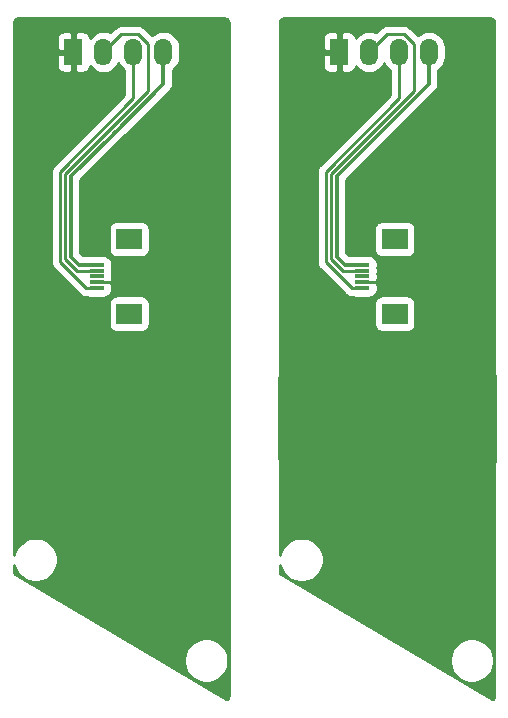
<source format=gbr>
%TF.GenerationSoftware,KiCad,Pcbnew,(5.1.10-1-10_14)*%
%TF.CreationDate,2021-07-07T23:54:26+09:00*%
%TF.ProjectId,StickPlate,53746963-6b50-46c6-9174-652e6b696361,rev?*%
%TF.SameCoordinates,Original*%
%TF.FileFunction,Copper,L1,Top*%
%TF.FilePolarity,Positive*%
%FSLAX46Y46*%
G04 Gerber Fmt 4.6, Leading zero omitted, Abs format (unit mm)*
G04 Created by KiCad (PCBNEW (5.1.10-1-10_14)) date 2021-07-07 23:54:26*
%MOMM*%
%LPD*%
G01*
G04 APERTURE LIST*
%TA.AperFunction,SMDPad,CuDef*%
%ADD10R,2.200000X1.800000*%
%TD*%
%TA.AperFunction,SMDPad,CuDef*%
%ADD11R,1.300000X0.300000*%
%TD*%
%TA.AperFunction,SMDPad,CuDef*%
%ADD12O,1.524000X2.286000*%
%TD*%
%TA.AperFunction,SMDPad,CuDef*%
%ADD13R,1.524000X2.286000*%
%TD*%
%TA.AperFunction,Conductor*%
%ADD14C,0.250000*%
%TD*%
%TA.AperFunction,Conductor*%
%ADD15C,0.300000*%
%TD*%
%TA.AperFunction,Conductor*%
%ADD16C,0.254000*%
%TD*%
%TA.AperFunction,Conductor*%
%ADD17C,0.100000*%
%TD*%
G04 APERTURE END LIST*
D10*
%TO.P,J2,MP*%
%TO.N,N/C*%
X141900000Y-90100000D03*
X141900000Y-96400000D03*
D11*
%TO.P,J2,1*%
%TO.N,Net-(J1-Pad3)*%
X139150000Y-94250000D03*
%TO.P,J2,2*%
%TO.N,Net-(J1-Pad1)*%
X139150000Y-93750000D03*
%TO.P,J2,3*%
%TO.N,Net-(J2-Pad3)*%
X139150000Y-93250000D03*
%TO.P,J2,4*%
%TO.N,Net-(J1-Pad2)*%
X139150000Y-92750000D03*
%TO.P,J2,5*%
%TO.N,Net-(J1-Pad4)*%
X139150000Y-92250000D03*
%TD*%
D12*
%TO.P,J1,4*%
%TO.N,Net-(J1-Pad4)*%
X144810000Y-74250000D03*
%TO.P,J1,3*%
%TO.N,Net-(J1-Pad3)*%
X142270000Y-74250000D03*
%TO.P,J1,2*%
%TO.N,Net-(J1-Pad2)*%
X139730000Y-74250000D03*
D13*
%TO.P,J1,1*%
%TO.N,Net-(J1-Pad1)*%
X137190000Y-74250000D03*
%TD*%
D12*
%TO.P,J5,4*%
%TO.N,Net-(J5-Pad4)*%
X167310000Y-74250000D03*
%TO.P,J5,3*%
%TO.N,Net-(J5-Pad3)*%
X164770000Y-74250000D03*
%TO.P,J5,2*%
%TO.N,Net-(J5-Pad2)*%
X162230000Y-74250000D03*
D13*
%TO.P,J5,1*%
%TO.N,Net-(J5-Pad1)*%
X159690000Y-74250000D03*
%TD*%
D10*
%TO.P,J6,MP*%
%TO.N,N/C*%
X164400000Y-90100000D03*
X164400000Y-96400000D03*
D11*
%TO.P,J6,1*%
%TO.N,Net-(J5-Pad3)*%
X161650000Y-94250000D03*
%TO.P,J6,2*%
%TO.N,Net-(J5-Pad1)*%
X161650000Y-93750000D03*
%TO.P,J6,3*%
%TO.N,Net-(J6-Pad3)*%
X161650000Y-93250000D03*
%TO.P,J6,4*%
%TO.N,Net-(J5-Pad2)*%
X161650000Y-92750000D03*
%TO.P,J6,5*%
%TO.N,Net-(J5-Pad4)*%
X161650000Y-92250000D03*
%TD*%
D14*
%TO.N,Net-(J1-Pad1)*%
X139150000Y-93750000D02*
X146500000Y-93750000D01*
%TO.N,Net-(J1-Pad2)*%
X142688264Y-72750000D02*
X141230000Y-72750000D01*
X141230000Y-72750000D02*
X139730000Y-74250000D01*
X143500000Y-73561736D02*
X142688264Y-72750000D01*
X143500000Y-77578236D02*
X143500000Y-73561736D01*
X136500000Y-91750000D02*
X136500000Y-84578236D01*
X137500000Y-92750000D02*
X136500000Y-91750000D01*
X136500000Y-84578236D02*
X143500000Y-77578236D01*
X139150000Y-92750000D02*
X137500000Y-92750000D01*
%TO.N,Net-(J1-Pad3)*%
X138250000Y-94250000D02*
X139150000Y-94250000D01*
X136049990Y-92049990D02*
X138250000Y-94250000D01*
X136049991Y-84391835D02*
X136049990Y-92049990D01*
X142270000Y-78171826D02*
X136049991Y-84391835D01*
X142270000Y-74250000D02*
X142270000Y-78171826D01*
%TO.N,Net-(J1-Pad4)*%
X144810000Y-74250000D02*
X144750000Y-74250000D01*
D15*
X137000000Y-91578236D02*
X137671764Y-92250000D01*
X137000000Y-84750000D02*
X137000000Y-91578236D01*
X137671764Y-92250000D02*
X139150000Y-92250000D01*
X140742000Y-81008000D02*
X140500000Y-81250000D01*
X140500000Y-81250000D02*
X137000000Y-84750000D01*
X140500000Y-81250000D02*
X144810000Y-76940000D01*
X144810000Y-76940000D02*
X144810000Y-76060000D01*
X144810000Y-76060000D02*
X144810000Y-74250000D01*
%TO.N,Net-(J5-Pad4)*%
X167310000Y-76940000D02*
X167310000Y-76060000D01*
X163000000Y-81250000D02*
X167310000Y-76940000D01*
X167310000Y-76060000D02*
X167310000Y-74250000D01*
X163242000Y-81008000D02*
X163000000Y-81250000D01*
X163000000Y-81250000D02*
X159500000Y-84750000D01*
D14*
X167310000Y-74250000D02*
X167250000Y-74250000D01*
D15*
X160171764Y-92250000D02*
X161650000Y-92250000D01*
X159500000Y-84750000D02*
X159500000Y-91578236D01*
X159500000Y-91578236D02*
X160171764Y-92250000D01*
D14*
%TO.N,Net-(J5-Pad3)*%
X160750000Y-94250000D02*
X161650000Y-94250000D01*
X158549990Y-92049990D02*
X160750000Y-94250000D01*
X158549991Y-84391835D02*
X158549990Y-92049990D01*
X164770000Y-78171826D02*
X158549991Y-84391835D01*
X164770000Y-74250000D02*
X164770000Y-78171826D01*
%TO.N,Net-(J5-Pad2)*%
X165188264Y-72750000D02*
X163730000Y-72750000D01*
X166000000Y-73561736D02*
X165188264Y-72750000D01*
X163730000Y-72750000D02*
X162230000Y-74250000D01*
X159000000Y-91750000D02*
X159000000Y-84578236D01*
X166000000Y-77578236D02*
X166000000Y-73561736D01*
X160000000Y-92750000D02*
X159000000Y-91750000D01*
X159000000Y-84578236D02*
X166000000Y-77578236D01*
X161650000Y-92750000D02*
X160000000Y-92750000D01*
%TO.N,Net-(J5-Pad1)*%
X161650000Y-93750000D02*
X169000000Y-93750000D01*
%TD*%
D16*
%TO.N,Net-(J1-Pad1)*%
X144635079Y-71377320D02*
X144644242Y-71378283D01*
X144644244Y-71378283D01*
X144935596Y-71406850D01*
X144935598Y-71406850D01*
X144967581Y-71410000D01*
X149967721Y-71410000D01*
X150065424Y-71419580D01*
X150128356Y-71438580D01*
X150186405Y-71469445D01*
X150237343Y-71510989D01*
X150279248Y-71561644D01*
X150310515Y-71619471D01*
X150329956Y-71682272D01*
X150340000Y-71777835D01*
X150340001Y-101217572D01*
X150340000Y-101217582D01*
X150340000Y-101532419D01*
X150343296Y-101565884D01*
X150343296Y-101585349D01*
X150344259Y-101594514D01*
X150373000Y-101850741D01*
X150373000Y-108633573D01*
X150372680Y-108635079D01*
X150371717Y-108644244D01*
X150343150Y-108935596D01*
X150343150Y-108935608D01*
X150340001Y-108967581D01*
X150340000Y-128717721D01*
X150330420Y-128815424D01*
X150311420Y-128878357D01*
X150280554Y-128936406D01*
X150239011Y-128987343D01*
X150188356Y-129029248D01*
X150130870Y-129060331D01*
X144267042Y-125584344D01*
X146545000Y-125584344D01*
X146545000Y-125955656D01*
X146617439Y-126319834D01*
X146759534Y-126662882D01*
X146965825Y-126971618D01*
X147228382Y-127234175D01*
X147537118Y-127440466D01*
X147880166Y-127582561D01*
X148244344Y-127655000D01*
X148615656Y-127655000D01*
X148979834Y-127582561D01*
X149322882Y-127440466D01*
X149631618Y-127234175D01*
X149894175Y-126971618D01*
X150100466Y-126662882D01*
X150242561Y-126319834D01*
X150315000Y-125955656D01*
X150315000Y-125584344D01*
X150242561Y-125220166D01*
X150100466Y-124877118D01*
X149894175Y-124568382D01*
X149631618Y-124305825D01*
X149322882Y-124099534D01*
X148979834Y-123957439D01*
X148615656Y-123885000D01*
X148244344Y-123885000D01*
X147880166Y-123957439D01*
X147537118Y-124099534D01*
X147228382Y-124305825D01*
X146965825Y-124568382D01*
X146759534Y-124877118D01*
X146617439Y-125220166D01*
X146545000Y-125584344D01*
X144267042Y-125584344D01*
X132229252Y-118448529D01*
X132220096Y-118437382D01*
X132189030Y-118379446D01*
X132169810Y-118316578D01*
X132160000Y-118219999D01*
X132160000Y-117661888D01*
X132187439Y-117799834D01*
X132329534Y-118142882D01*
X132535825Y-118451618D01*
X132798382Y-118714175D01*
X133107118Y-118920466D01*
X133450166Y-119062561D01*
X133814344Y-119135000D01*
X134185656Y-119135000D01*
X134549834Y-119062561D01*
X134892882Y-118920466D01*
X135201618Y-118714175D01*
X135464175Y-118451618D01*
X135670466Y-118142882D01*
X135812561Y-117799834D01*
X135885000Y-117435656D01*
X135885000Y-117064344D01*
X135812561Y-116700166D01*
X135670466Y-116357118D01*
X135464175Y-116048382D01*
X135201618Y-115785825D01*
X134892882Y-115579534D01*
X134549834Y-115437439D01*
X134185656Y-115365000D01*
X133814344Y-115365000D01*
X133450166Y-115437439D01*
X133107118Y-115579534D01*
X132798382Y-115785825D01*
X132535825Y-116048382D01*
X132329534Y-116357118D01*
X132187439Y-116700166D01*
X132160000Y-116838112D01*
X132160000Y-108967581D01*
X132156704Y-108934116D01*
X132156704Y-108914651D01*
X132155741Y-108905486D01*
X132127000Y-108649258D01*
X132127000Y-101866426D01*
X132127320Y-101864921D01*
X132128283Y-101855756D01*
X132156850Y-101564404D01*
X132156850Y-101564402D01*
X132160000Y-101532419D01*
X132160000Y-95500000D01*
X140161928Y-95500000D01*
X140161928Y-97300000D01*
X140174188Y-97424482D01*
X140210498Y-97544180D01*
X140269463Y-97654494D01*
X140348815Y-97751185D01*
X140445506Y-97830537D01*
X140555820Y-97889502D01*
X140675518Y-97925812D01*
X140800000Y-97938072D01*
X143000000Y-97938072D01*
X143124482Y-97925812D01*
X143244180Y-97889502D01*
X143354494Y-97830537D01*
X143451185Y-97751185D01*
X143530537Y-97654494D01*
X143589502Y-97544180D01*
X143625812Y-97424482D01*
X143638072Y-97300000D01*
X143638072Y-95500000D01*
X143625812Y-95375518D01*
X143589502Y-95255820D01*
X143530537Y-95145506D01*
X143451185Y-95048815D01*
X143354494Y-94969463D01*
X143244180Y-94910498D01*
X143124482Y-94874188D01*
X143000000Y-94861928D01*
X140800000Y-94861928D01*
X140675518Y-94874188D01*
X140555820Y-94910498D01*
X140445506Y-94969463D01*
X140348815Y-95048815D01*
X140269463Y-95145506D01*
X140210498Y-95255820D01*
X140174188Y-95375518D01*
X140161928Y-95500000D01*
X132160000Y-95500000D01*
X132160000Y-92049990D01*
X135286314Y-92049990D01*
X135289990Y-92087312D01*
X135289990Y-92087322D01*
X135300987Y-92198975D01*
X135339435Y-92325724D01*
X135344444Y-92342236D01*
X135415016Y-92474266D01*
X135483658Y-92557906D01*
X135509989Y-92589990D01*
X135538987Y-92613788D01*
X137686201Y-94761003D01*
X137709999Y-94790001D01*
X137738997Y-94813799D01*
X137825723Y-94884974D01*
X137873475Y-94910498D01*
X137957753Y-94955546D01*
X138101014Y-94999003D01*
X138212667Y-95010000D01*
X138212677Y-95010000D01*
X138250000Y-95013676D01*
X138287322Y-95010000D01*
X138323393Y-95010000D01*
X138375518Y-95025812D01*
X138500000Y-95038072D01*
X139800000Y-95038072D01*
X139924482Y-95025812D01*
X140044180Y-94989502D01*
X140154494Y-94930537D01*
X140251185Y-94851185D01*
X140330537Y-94754494D01*
X140389502Y-94644180D01*
X140425812Y-94524482D01*
X140438072Y-94400000D01*
X140438072Y-94100000D01*
X140427882Y-93996535D01*
X140435000Y-93931750D01*
X140402753Y-93899503D01*
X140389502Y-93855820D01*
X140332939Y-93750000D01*
X140389502Y-93644180D01*
X140402753Y-93600497D01*
X140435000Y-93568250D01*
X140427882Y-93503465D01*
X140438072Y-93400000D01*
X140438072Y-93100000D01*
X140428223Y-93000000D01*
X140438072Y-92900000D01*
X140438072Y-92600000D01*
X140428223Y-92500000D01*
X140438072Y-92400000D01*
X140438072Y-92100000D01*
X140425812Y-91975518D01*
X140389502Y-91855820D01*
X140330537Y-91745506D01*
X140251185Y-91648815D01*
X140154494Y-91569463D01*
X140044180Y-91510498D01*
X139924482Y-91474188D01*
X139800000Y-91461928D01*
X138500000Y-91461928D01*
X138468808Y-91465000D01*
X137996921Y-91465000D01*
X137785000Y-91253079D01*
X137785000Y-89200000D01*
X140161928Y-89200000D01*
X140161928Y-91000000D01*
X140174188Y-91124482D01*
X140210498Y-91244180D01*
X140269463Y-91354494D01*
X140348815Y-91451185D01*
X140445506Y-91530537D01*
X140555820Y-91589502D01*
X140675518Y-91625812D01*
X140800000Y-91638072D01*
X143000000Y-91638072D01*
X143124482Y-91625812D01*
X143244180Y-91589502D01*
X143354494Y-91530537D01*
X143451185Y-91451185D01*
X143530537Y-91354494D01*
X143589502Y-91244180D01*
X143625812Y-91124482D01*
X143638072Y-91000000D01*
X143638072Y-89200000D01*
X143625812Y-89075518D01*
X143589502Y-88955820D01*
X143530537Y-88845506D01*
X143451185Y-88748815D01*
X143354494Y-88669463D01*
X143244180Y-88610498D01*
X143124482Y-88574188D01*
X143000000Y-88561928D01*
X140800000Y-88561928D01*
X140675518Y-88574188D01*
X140555820Y-88610498D01*
X140445506Y-88669463D01*
X140348815Y-88748815D01*
X140269463Y-88845506D01*
X140210498Y-88955820D01*
X140174188Y-89075518D01*
X140161928Y-89200000D01*
X137785000Y-89200000D01*
X137785000Y-85075157D01*
X141082345Y-81777813D01*
X141082350Y-81777806D01*
X141171925Y-81688232D01*
X145337817Y-77522341D01*
X145367764Y-77497764D01*
X145465862Y-77378233D01*
X145538754Y-77241860D01*
X145583641Y-77093887D01*
X145595000Y-76978561D01*
X145595000Y-76978554D01*
X145598797Y-76940001D01*
X145595000Y-76901448D01*
X145595000Y-75793987D01*
X145802608Y-75623608D01*
X145977183Y-75410887D01*
X146106904Y-75168195D01*
X146186786Y-74904859D01*
X146207000Y-74699624D01*
X146207000Y-73800375D01*
X146186786Y-73595140D01*
X146106904Y-73331805D01*
X145977183Y-73089113D01*
X145802607Y-72876392D01*
X145589886Y-72701817D01*
X145347194Y-72572096D01*
X145083859Y-72492214D01*
X144810000Y-72465241D01*
X144536140Y-72492214D01*
X144272805Y-72572096D01*
X144030113Y-72701817D01*
X143856974Y-72843909D01*
X143252067Y-72239002D01*
X143228265Y-72209999D01*
X143112540Y-72115026D01*
X142980511Y-72044454D01*
X142837250Y-72000997D01*
X142725597Y-71990000D01*
X142725586Y-71990000D01*
X142688264Y-71986324D01*
X142650942Y-71990000D01*
X141267322Y-71990000D01*
X141229999Y-71986324D01*
X141192676Y-71990000D01*
X141192667Y-71990000D01*
X141081014Y-72000997D01*
X140937753Y-72044454D01*
X140805724Y-72115026D01*
X140689999Y-72209999D01*
X140666201Y-72238997D01*
X140310145Y-72595054D01*
X140267194Y-72572096D01*
X140003859Y-72492214D01*
X139730000Y-72465241D01*
X139456140Y-72492214D01*
X139192805Y-72572096D01*
X138950113Y-72701817D01*
X138737392Y-72876393D01*
X138585579Y-73061379D01*
X138577812Y-72982518D01*
X138541502Y-72862820D01*
X138482537Y-72752506D01*
X138403185Y-72655815D01*
X138306494Y-72576463D01*
X138196180Y-72517498D01*
X138076482Y-72481188D01*
X137952000Y-72468928D01*
X137475750Y-72472000D01*
X137317000Y-72630750D01*
X137317000Y-74123000D01*
X137337000Y-74123000D01*
X137337000Y-74377000D01*
X137317000Y-74377000D01*
X137317000Y-75869250D01*
X137475750Y-76028000D01*
X137952000Y-76031072D01*
X138076482Y-76018812D01*
X138196180Y-75982502D01*
X138306494Y-75923537D01*
X138403185Y-75844185D01*
X138482537Y-75747494D01*
X138541502Y-75637180D01*
X138577812Y-75517482D01*
X138585579Y-75438622D01*
X138737393Y-75623608D01*
X138950114Y-75798183D01*
X139192806Y-75927904D01*
X139456141Y-76007786D01*
X139730000Y-76034759D01*
X140003860Y-76007786D01*
X140267195Y-75927904D01*
X140509887Y-75798183D01*
X140722608Y-75623608D01*
X140897183Y-75410887D01*
X141000000Y-75218529D01*
X141102817Y-75410887D01*
X141277393Y-75623608D01*
X141490114Y-75798183D01*
X141510000Y-75808812D01*
X141510001Y-77857023D01*
X135538989Y-83828036D01*
X135509991Y-83851834D01*
X135486193Y-83880832D01*
X135486192Y-83880833D01*
X135415017Y-83967559D01*
X135344445Y-84099589D01*
X135300989Y-84242850D01*
X135286315Y-84391835D01*
X135289992Y-84429167D01*
X135289990Y-92012667D01*
X135286314Y-92049990D01*
X132160000Y-92049990D01*
X132160000Y-75393000D01*
X135789928Y-75393000D01*
X135802188Y-75517482D01*
X135838498Y-75637180D01*
X135897463Y-75747494D01*
X135976815Y-75844185D01*
X136073506Y-75923537D01*
X136183820Y-75982502D01*
X136303518Y-76018812D01*
X136428000Y-76031072D01*
X136904250Y-76028000D01*
X137063000Y-75869250D01*
X137063000Y-74377000D01*
X135951750Y-74377000D01*
X135793000Y-74535750D01*
X135789928Y-75393000D01*
X132160000Y-75393000D01*
X132160000Y-73107000D01*
X135789928Y-73107000D01*
X135793000Y-73964250D01*
X135951750Y-74123000D01*
X137063000Y-74123000D01*
X137063000Y-72630750D01*
X136904250Y-72472000D01*
X136428000Y-72468928D01*
X136303518Y-72481188D01*
X136183820Y-72517498D01*
X136073506Y-72576463D01*
X135976815Y-72655815D01*
X135897463Y-72752506D01*
X135838498Y-72862820D01*
X135802188Y-72982518D01*
X135789928Y-73107000D01*
X132160000Y-73107000D01*
X132160000Y-71782279D01*
X132169580Y-71684576D01*
X132188580Y-71621644D01*
X132219445Y-71563595D01*
X132260989Y-71512657D01*
X132311644Y-71470752D01*
X132369471Y-71439485D01*
X132432272Y-71420044D01*
X132527835Y-71410000D01*
X137532419Y-71410000D01*
X137565884Y-71406704D01*
X137585349Y-71406704D01*
X137594514Y-71405741D01*
X137850741Y-71377000D01*
X144633574Y-71377000D01*
X144635079Y-71377320D01*
%TA.AperFunction,Conductor*%
D17*
G36*
X144635079Y-71377320D02*
G01*
X144644242Y-71378283D01*
X144644244Y-71378283D01*
X144935596Y-71406850D01*
X144935598Y-71406850D01*
X144967581Y-71410000D01*
X149967721Y-71410000D01*
X150065424Y-71419580D01*
X150128356Y-71438580D01*
X150186405Y-71469445D01*
X150237343Y-71510989D01*
X150279248Y-71561644D01*
X150310515Y-71619471D01*
X150329956Y-71682272D01*
X150340000Y-71777835D01*
X150340001Y-101217572D01*
X150340000Y-101217582D01*
X150340000Y-101532419D01*
X150343296Y-101565884D01*
X150343296Y-101585349D01*
X150344259Y-101594514D01*
X150373000Y-101850741D01*
X150373000Y-108633573D01*
X150372680Y-108635079D01*
X150371717Y-108644244D01*
X150343150Y-108935596D01*
X150343150Y-108935608D01*
X150340001Y-108967581D01*
X150340000Y-128717721D01*
X150330420Y-128815424D01*
X150311420Y-128878357D01*
X150280554Y-128936406D01*
X150239011Y-128987343D01*
X150188356Y-129029248D01*
X150130870Y-129060331D01*
X144267042Y-125584344D01*
X146545000Y-125584344D01*
X146545000Y-125955656D01*
X146617439Y-126319834D01*
X146759534Y-126662882D01*
X146965825Y-126971618D01*
X147228382Y-127234175D01*
X147537118Y-127440466D01*
X147880166Y-127582561D01*
X148244344Y-127655000D01*
X148615656Y-127655000D01*
X148979834Y-127582561D01*
X149322882Y-127440466D01*
X149631618Y-127234175D01*
X149894175Y-126971618D01*
X150100466Y-126662882D01*
X150242561Y-126319834D01*
X150315000Y-125955656D01*
X150315000Y-125584344D01*
X150242561Y-125220166D01*
X150100466Y-124877118D01*
X149894175Y-124568382D01*
X149631618Y-124305825D01*
X149322882Y-124099534D01*
X148979834Y-123957439D01*
X148615656Y-123885000D01*
X148244344Y-123885000D01*
X147880166Y-123957439D01*
X147537118Y-124099534D01*
X147228382Y-124305825D01*
X146965825Y-124568382D01*
X146759534Y-124877118D01*
X146617439Y-125220166D01*
X146545000Y-125584344D01*
X144267042Y-125584344D01*
X132229252Y-118448529D01*
X132220096Y-118437382D01*
X132189030Y-118379446D01*
X132169810Y-118316578D01*
X132160000Y-118219999D01*
X132160000Y-117661888D01*
X132187439Y-117799834D01*
X132329534Y-118142882D01*
X132535825Y-118451618D01*
X132798382Y-118714175D01*
X133107118Y-118920466D01*
X133450166Y-119062561D01*
X133814344Y-119135000D01*
X134185656Y-119135000D01*
X134549834Y-119062561D01*
X134892882Y-118920466D01*
X135201618Y-118714175D01*
X135464175Y-118451618D01*
X135670466Y-118142882D01*
X135812561Y-117799834D01*
X135885000Y-117435656D01*
X135885000Y-117064344D01*
X135812561Y-116700166D01*
X135670466Y-116357118D01*
X135464175Y-116048382D01*
X135201618Y-115785825D01*
X134892882Y-115579534D01*
X134549834Y-115437439D01*
X134185656Y-115365000D01*
X133814344Y-115365000D01*
X133450166Y-115437439D01*
X133107118Y-115579534D01*
X132798382Y-115785825D01*
X132535825Y-116048382D01*
X132329534Y-116357118D01*
X132187439Y-116700166D01*
X132160000Y-116838112D01*
X132160000Y-108967581D01*
X132156704Y-108934116D01*
X132156704Y-108914651D01*
X132155741Y-108905486D01*
X132127000Y-108649258D01*
X132127000Y-101866426D01*
X132127320Y-101864921D01*
X132128283Y-101855756D01*
X132156850Y-101564404D01*
X132156850Y-101564402D01*
X132160000Y-101532419D01*
X132160000Y-95500000D01*
X140161928Y-95500000D01*
X140161928Y-97300000D01*
X140174188Y-97424482D01*
X140210498Y-97544180D01*
X140269463Y-97654494D01*
X140348815Y-97751185D01*
X140445506Y-97830537D01*
X140555820Y-97889502D01*
X140675518Y-97925812D01*
X140800000Y-97938072D01*
X143000000Y-97938072D01*
X143124482Y-97925812D01*
X143244180Y-97889502D01*
X143354494Y-97830537D01*
X143451185Y-97751185D01*
X143530537Y-97654494D01*
X143589502Y-97544180D01*
X143625812Y-97424482D01*
X143638072Y-97300000D01*
X143638072Y-95500000D01*
X143625812Y-95375518D01*
X143589502Y-95255820D01*
X143530537Y-95145506D01*
X143451185Y-95048815D01*
X143354494Y-94969463D01*
X143244180Y-94910498D01*
X143124482Y-94874188D01*
X143000000Y-94861928D01*
X140800000Y-94861928D01*
X140675518Y-94874188D01*
X140555820Y-94910498D01*
X140445506Y-94969463D01*
X140348815Y-95048815D01*
X140269463Y-95145506D01*
X140210498Y-95255820D01*
X140174188Y-95375518D01*
X140161928Y-95500000D01*
X132160000Y-95500000D01*
X132160000Y-92049990D01*
X135286314Y-92049990D01*
X135289990Y-92087312D01*
X135289990Y-92087322D01*
X135300987Y-92198975D01*
X135339435Y-92325724D01*
X135344444Y-92342236D01*
X135415016Y-92474266D01*
X135483658Y-92557906D01*
X135509989Y-92589990D01*
X135538987Y-92613788D01*
X137686201Y-94761003D01*
X137709999Y-94790001D01*
X137738997Y-94813799D01*
X137825723Y-94884974D01*
X137873475Y-94910498D01*
X137957753Y-94955546D01*
X138101014Y-94999003D01*
X138212667Y-95010000D01*
X138212677Y-95010000D01*
X138250000Y-95013676D01*
X138287322Y-95010000D01*
X138323393Y-95010000D01*
X138375518Y-95025812D01*
X138500000Y-95038072D01*
X139800000Y-95038072D01*
X139924482Y-95025812D01*
X140044180Y-94989502D01*
X140154494Y-94930537D01*
X140251185Y-94851185D01*
X140330537Y-94754494D01*
X140389502Y-94644180D01*
X140425812Y-94524482D01*
X140438072Y-94400000D01*
X140438072Y-94100000D01*
X140427882Y-93996535D01*
X140435000Y-93931750D01*
X140402753Y-93899503D01*
X140389502Y-93855820D01*
X140332939Y-93750000D01*
X140389502Y-93644180D01*
X140402753Y-93600497D01*
X140435000Y-93568250D01*
X140427882Y-93503465D01*
X140438072Y-93400000D01*
X140438072Y-93100000D01*
X140428223Y-93000000D01*
X140438072Y-92900000D01*
X140438072Y-92600000D01*
X140428223Y-92500000D01*
X140438072Y-92400000D01*
X140438072Y-92100000D01*
X140425812Y-91975518D01*
X140389502Y-91855820D01*
X140330537Y-91745506D01*
X140251185Y-91648815D01*
X140154494Y-91569463D01*
X140044180Y-91510498D01*
X139924482Y-91474188D01*
X139800000Y-91461928D01*
X138500000Y-91461928D01*
X138468808Y-91465000D01*
X137996921Y-91465000D01*
X137785000Y-91253079D01*
X137785000Y-89200000D01*
X140161928Y-89200000D01*
X140161928Y-91000000D01*
X140174188Y-91124482D01*
X140210498Y-91244180D01*
X140269463Y-91354494D01*
X140348815Y-91451185D01*
X140445506Y-91530537D01*
X140555820Y-91589502D01*
X140675518Y-91625812D01*
X140800000Y-91638072D01*
X143000000Y-91638072D01*
X143124482Y-91625812D01*
X143244180Y-91589502D01*
X143354494Y-91530537D01*
X143451185Y-91451185D01*
X143530537Y-91354494D01*
X143589502Y-91244180D01*
X143625812Y-91124482D01*
X143638072Y-91000000D01*
X143638072Y-89200000D01*
X143625812Y-89075518D01*
X143589502Y-88955820D01*
X143530537Y-88845506D01*
X143451185Y-88748815D01*
X143354494Y-88669463D01*
X143244180Y-88610498D01*
X143124482Y-88574188D01*
X143000000Y-88561928D01*
X140800000Y-88561928D01*
X140675518Y-88574188D01*
X140555820Y-88610498D01*
X140445506Y-88669463D01*
X140348815Y-88748815D01*
X140269463Y-88845506D01*
X140210498Y-88955820D01*
X140174188Y-89075518D01*
X140161928Y-89200000D01*
X137785000Y-89200000D01*
X137785000Y-85075157D01*
X141082345Y-81777813D01*
X141082350Y-81777806D01*
X141171925Y-81688232D01*
X145337817Y-77522341D01*
X145367764Y-77497764D01*
X145465862Y-77378233D01*
X145538754Y-77241860D01*
X145583641Y-77093887D01*
X145595000Y-76978561D01*
X145595000Y-76978554D01*
X145598797Y-76940001D01*
X145595000Y-76901448D01*
X145595000Y-75793987D01*
X145802608Y-75623608D01*
X145977183Y-75410887D01*
X146106904Y-75168195D01*
X146186786Y-74904859D01*
X146207000Y-74699624D01*
X146207000Y-73800375D01*
X146186786Y-73595140D01*
X146106904Y-73331805D01*
X145977183Y-73089113D01*
X145802607Y-72876392D01*
X145589886Y-72701817D01*
X145347194Y-72572096D01*
X145083859Y-72492214D01*
X144810000Y-72465241D01*
X144536140Y-72492214D01*
X144272805Y-72572096D01*
X144030113Y-72701817D01*
X143856974Y-72843909D01*
X143252067Y-72239002D01*
X143228265Y-72209999D01*
X143112540Y-72115026D01*
X142980511Y-72044454D01*
X142837250Y-72000997D01*
X142725597Y-71990000D01*
X142725586Y-71990000D01*
X142688264Y-71986324D01*
X142650942Y-71990000D01*
X141267322Y-71990000D01*
X141229999Y-71986324D01*
X141192676Y-71990000D01*
X141192667Y-71990000D01*
X141081014Y-72000997D01*
X140937753Y-72044454D01*
X140805724Y-72115026D01*
X140689999Y-72209999D01*
X140666201Y-72238997D01*
X140310145Y-72595054D01*
X140267194Y-72572096D01*
X140003859Y-72492214D01*
X139730000Y-72465241D01*
X139456140Y-72492214D01*
X139192805Y-72572096D01*
X138950113Y-72701817D01*
X138737392Y-72876393D01*
X138585579Y-73061379D01*
X138577812Y-72982518D01*
X138541502Y-72862820D01*
X138482537Y-72752506D01*
X138403185Y-72655815D01*
X138306494Y-72576463D01*
X138196180Y-72517498D01*
X138076482Y-72481188D01*
X137952000Y-72468928D01*
X137475750Y-72472000D01*
X137317000Y-72630750D01*
X137317000Y-74123000D01*
X137337000Y-74123000D01*
X137337000Y-74377000D01*
X137317000Y-74377000D01*
X137317000Y-75869250D01*
X137475750Y-76028000D01*
X137952000Y-76031072D01*
X138076482Y-76018812D01*
X138196180Y-75982502D01*
X138306494Y-75923537D01*
X138403185Y-75844185D01*
X138482537Y-75747494D01*
X138541502Y-75637180D01*
X138577812Y-75517482D01*
X138585579Y-75438622D01*
X138737393Y-75623608D01*
X138950114Y-75798183D01*
X139192806Y-75927904D01*
X139456141Y-76007786D01*
X139730000Y-76034759D01*
X140003860Y-76007786D01*
X140267195Y-75927904D01*
X140509887Y-75798183D01*
X140722608Y-75623608D01*
X140897183Y-75410887D01*
X141000000Y-75218529D01*
X141102817Y-75410887D01*
X141277393Y-75623608D01*
X141490114Y-75798183D01*
X141510000Y-75808812D01*
X141510001Y-77857023D01*
X135538989Y-83828036D01*
X135509991Y-83851834D01*
X135486193Y-83880832D01*
X135486192Y-83880833D01*
X135415017Y-83967559D01*
X135344445Y-84099589D01*
X135300989Y-84242850D01*
X135286315Y-84391835D01*
X135289992Y-84429167D01*
X135289990Y-92012667D01*
X135286314Y-92049990D01*
X132160000Y-92049990D01*
X132160000Y-75393000D01*
X135789928Y-75393000D01*
X135802188Y-75517482D01*
X135838498Y-75637180D01*
X135897463Y-75747494D01*
X135976815Y-75844185D01*
X136073506Y-75923537D01*
X136183820Y-75982502D01*
X136303518Y-76018812D01*
X136428000Y-76031072D01*
X136904250Y-76028000D01*
X137063000Y-75869250D01*
X137063000Y-74377000D01*
X135951750Y-74377000D01*
X135793000Y-74535750D01*
X135789928Y-75393000D01*
X132160000Y-75393000D01*
X132160000Y-73107000D01*
X135789928Y-73107000D01*
X135793000Y-73964250D01*
X135951750Y-74123000D01*
X137063000Y-74123000D01*
X137063000Y-72630750D01*
X136904250Y-72472000D01*
X136428000Y-72468928D01*
X136303518Y-72481188D01*
X136183820Y-72517498D01*
X136073506Y-72576463D01*
X135976815Y-72655815D01*
X135897463Y-72752506D01*
X135838498Y-72862820D01*
X135802188Y-72982518D01*
X135789928Y-73107000D01*
X132160000Y-73107000D01*
X132160000Y-71782279D01*
X132169580Y-71684576D01*
X132188580Y-71621644D01*
X132219445Y-71563595D01*
X132260989Y-71512657D01*
X132311644Y-71470752D01*
X132369471Y-71439485D01*
X132432272Y-71420044D01*
X132527835Y-71410000D01*
X137532419Y-71410000D01*
X137565884Y-71406704D01*
X137585349Y-71406704D01*
X137594514Y-71405741D01*
X137850741Y-71377000D01*
X144633574Y-71377000D01*
X144635079Y-71377320D01*
G37*
%TD.AperFunction*%
%TD*%
D16*
%TO.N,Net-(J5-Pad1)*%
X167135079Y-71377320D02*
X167144242Y-71378283D01*
X167144244Y-71378283D01*
X167435596Y-71406850D01*
X167435598Y-71406850D01*
X167467581Y-71410000D01*
X172467721Y-71410000D01*
X172565424Y-71419580D01*
X172628356Y-71438580D01*
X172686405Y-71469445D01*
X172737343Y-71510989D01*
X172779248Y-71561644D01*
X172810515Y-71619471D01*
X172829956Y-71682272D01*
X172840000Y-71777835D01*
X172840001Y-101532419D01*
X172843296Y-101565874D01*
X172843296Y-101585349D01*
X172844259Y-101594514D01*
X172873000Y-101850741D01*
X172873000Y-108633573D01*
X172872680Y-108635079D01*
X172871717Y-108644244D01*
X172843150Y-108935596D01*
X172843150Y-108935608D01*
X172840001Y-108967581D01*
X172840000Y-128717721D01*
X172830420Y-128815424D01*
X172811420Y-128878357D01*
X172780554Y-128936406D01*
X172739011Y-128987343D01*
X172688356Y-129029248D01*
X172630870Y-129060331D01*
X166767042Y-125584344D01*
X169045000Y-125584344D01*
X169045000Y-125955656D01*
X169117439Y-126319834D01*
X169259534Y-126662882D01*
X169465825Y-126971618D01*
X169728382Y-127234175D01*
X170037118Y-127440466D01*
X170380166Y-127582561D01*
X170744344Y-127655000D01*
X171115656Y-127655000D01*
X171479834Y-127582561D01*
X171822882Y-127440466D01*
X172131618Y-127234175D01*
X172394175Y-126971618D01*
X172600466Y-126662882D01*
X172742561Y-126319834D01*
X172815000Y-125955656D01*
X172815000Y-125584344D01*
X172742561Y-125220166D01*
X172600466Y-124877118D01*
X172394175Y-124568382D01*
X172131618Y-124305825D01*
X171822882Y-124099534D01*
X171479834Y-123957439D01*
X171115656Y-123885000D01*
X170744344Y-123885000D01*
X170380166Y-123957439D01*
X170037118Y-124099534D01*
X169728382Y-124305825D01*
X169465825Y-124568382D01*
X169259534Y-124877118D01*
X169117439Y-125220166D01*
X169045000Y-125584344D01*
X166767042Y-125584344D01*
X154729252Y-118448529D01*
X154720096Y-118437382D01*
X154689030Y-118379446D01*
X154669810Y-118316578D01*
X154660000Y-118219999D01*
X154660000Y-117661888D01*
X154687439Y-117799834D01*
X154829534Y-118142882D01*
X155035825Y-118451618D01*
X155298382Y-118714175D01*
X155607118Y-118920466D01*
X155950166Y-119062561D01*
X156314344Y-119135000D01*
X156685656Y-119135000D01*
X157049834Y-119062561D01*
X157392882Y-118920466D01*
X157701618Y-118714175D01*
X157964175Y-118451618D01*
X158170466Y-118142882D01*
X158312561Y-117799834D01*
X158385000Y-117435656D01*
X158385000Y-117064344D01*
X158312561Y-116700166D01*
X158170466Y-116357118D01*
X157964175Y-116048382D01*
X157701618Y-115785825D01*
X157392882Y-115579534D01*
X157049834Y-115437439D01*
X156685656Y-115365000D01*
X156314344Y-115365000D01*
X155950166Y-115437439D01*
X155607118Y-115579534D01*
X155298382Y-115785825D01*
X155035825Y-116048382D01*
X154829534Y-116357118D01*
X154687439Y-116700166D01*
X154660000Y-116838112D01*
X154660000Y-108967581D01*
X154656704Y-108934116D01*
X154656704Y-108914651D01*
X154655741Y-108905486D01*
X154627000Y-108649258D01*
X154627000Y-101866426D01*
X154627320Y-101864921D01*
X154628283Y-101855756D01*
X154656850Y-101564404D01*
X154656850Y-101564402D01*
X154660000Y-101532419D01*
X154660000Y-95500000D01*
X162661928Y-95500000D01*
X162661928Y-97300000D01*
X162674188Y-97424482D01*
X162710498Y-97544180D01*
X162769463Y-97654494D01*
X162848815Y-97751185D01*
X162945506Y-97830537D01*
X163055820Y-97889502D01*
X163175518Y-97925812D01*
X163300000Y-97938072D01*
X165500000Y-97938072D01*
X165624482Y-97925812D01*
X165744180Y-97889502D01*
X165854494Y-97830537D01*
X165951185Y-97751185D01*
X166030537Y-97654494D01*
X166089502Y-97544180D01*
X166125812Y-97424482D01*
X166138072Y-97300000D01*
X166138072Y-95500000D01*
X166125812Y-95375518D01*
X166089502Y-95255820D01*
X166030537Y-95145506D01*
X165951185Y-95048815D01*
X165854494Y-94969463D01*
X165744180Y-94910498D01*
X165624482Y-94874188D01*
X165500000Y-94861928D01*
X163300000Y-94861928D01*
X163175518Y-94874188D01*
X163055820Y-94910498D01*
X162945506Y-94969463D01*
X162848815Y-95048815D01*
X162769463Y-95145506D01*
X162710498Y-95255820D01*
X162674188Y-95375518D01*
X162661928Y-95500000D01*
X154660000Y-95500000D01*
X154660000Y-92049990D01*
X157786314Y-92049990D01*
X157789990Y-92087312D01*
X157789990Y-92087322D01*
X157800987Y-92198975D01*
X157839435Y-92325724D01*
X157844444Y-92342236D01*
X157915016Y-92474266D01*
X157983658Y-92557906D01*
X158009989Y-92589990D01*
X158038987Y-92613788D01*
X160186201Y-94761003D01*
X160209999Y-94790001D01*
X160238997Y-94813799D01*
X160325723Y-94884974D01*
X160373475Y-94910498D01*
X160457753Y-94955546D01*
X160601014Y-94999003D01*
X160712667Y-95010000D01*
X160712677Y-95010000D01*
X160750000Y-95013676D01*
X160787322Y-95010000D01*
X160823393Y-95010000D01*
X160875518Y-95025812D01*
X161000000Y-95038072D01*
X162300000Y-95038072D01*
X162424482Y-95025812D01*
X162544180Y-94989502D01*
X162654494Y-94930537D01*
X162751185Y-94851185D01*
X162830537Y-94754494D01*
X162889502Y-94644180D01*
X162925812Y-94524482D01*
X162938072Y-94400000D01*
X162938072Y-94100000D01*
X162927882Y-93996535D01*
X162935000Y-93931750D01*
X162902753Y-93899503D01*
X162889502Y-93855820D01*
X162832939Y-93750000D01*
X162889502Y-93644180D01*
X162902753Y-93600497D01*
X162935000Y-93568250D01*
X162927882Y-93503465D01*
X162938072Y-93400000D01*
X162938072Y-93100000D01*
X162928223Y-93000000D01*
X162938072Y-92900000D01*
X162938072Y-92600000D01*
X162928223Y-92500000D01*
X162938072Y-92400000D01*
X162938072Y-92100000D01*
X162925812Y-91975518D01*
X162889502Y-91855820D01*
X162830537Y-91745506D01*
X162751185Y-91648815D01*
X162654494Y-91569463D01*
X162544180Y-91510498D01*
X162424482Y-91474188D01*
X162300000Y-91461928D01*
X161000000Y-91461928D01*
X160968808Y-91465000D01*
X160496921Y-91465000D01*
X160285000Y-91253079D01*
X160285000Y-89200000D01*
X162661928Y-89200000D01*
X162661928Y-91000000D01*
X162674188Y-91124482D01*
X162710498Y-91244180D01*
X162769463Y-91354494D01*
X162848815Y-91451185D01*
X162945506Y-91530537D01*
X163055820Y-91589502D01*
X163175518Y-91625812D01*
X163300000Y-91638072D01*
X165500000Y-91638072D01*
X165624482Y-91625812D01*
X165744180Y-91589502D01*
X165854494Y-91530537D01*
X165951185Y-91451185D01*
X166030537Y-91354494D01*
X166089502Y-91244180D01*
X166125812Y-91124482D01*
X166138072Y-91000000D01*
X166138072Y-89200000D01*
X166125812Y-89075518D01*
X166089502Y-88955820D01*
X166030537Y-88845506D01*
X165951185Y-88748815D01*
X165854494Y-88669463D01*
X165744180Y-88610498D01*
X165624482Y-88574188D01*
X165500000Y-88561928D01*
X163300000Y-88561928D01*
X163175518Y-88574188D01*
X163055820Y-88610498D01*
X162945506Y-88669463D01*
X162848815Y-88748815D01*
X162769463Y-88845506D01*
X162710498Y-88955820D01*
X162674188Y-89075518D01*
X162661928Y-89200000D01*
X160285000Y-89200000D01*
X160285000Y-85075157D01*
X163582345Y-81777813D01*
X163582350Y-81777806D01*
X163671925Y-81688232D01*
X167837817Y-77522341D01*
X167867764Y-77497764D01*
X167965862Y-77378233D01*
X168038754Y-77241860D01*
X168083641Y-77093887D01*
X168095000Y-76978561D01*
X168095000Y-76978554D01*
X168098797Y-76940001D01*
X168095000Y-76901448D01*
X168095000Y-75793987D01*
X168302608Y-75623608D01*
X168477183Y-75410887D01*
X168606904Y-75168195D01*
X168686786Y-74904859D01*
X168707000Y-74699624D01*
X168707000Y-73800375D01*
X168686786Y-73595140D01*
X168606904Y-73331805D01*
X168477183Y-73089113D01*
X168302607Y-72876392D01*
X168089886Y-72701817D01*
X167847194Y-72572096D01*
X167583859Y-72492214D01*
X167310000Y-72465241D01*
X167036140Y-72492214D01*
X166772805Y-72572096D01*
X166530113Y-72701817D01*
X166356974Y-72843909D01*
X165752067Y-72239002D01*
X165728265Y-72209999D01*
X165612540Y-72115026D01*
X165480511Y-72044454D01*
X165337250Y-72000997D01*
X165225597Y-71990000D01*
X165225586Y-71990000D01*
X165188264Y-71986324D01*
X165150942Y-71990000D01*
X163767322Y-71990000D01*
X163729999Y-71986324D01*
X163692676Y-71990000D01*
X163692667Y-71990000D01*
X163581014Y-72000997D01*
X163437753Y-72044454D01*
X163305724Y-72115026D01*
X163189999Y-72209999D01*
X163166201Y-72238997D01*
X162810145Y-72595054D01*
X162767194Y-72572096D01*
X162503859Y-72492214D01*
X162230000Y-72465241D01*
X161956140Y-72492214D01*
X161692805Y-72572096D01*
X161450113Y-72701817D01*
X161237392Y-72876393D01*
X161085579Y-73061379D01*
X161077812Y-72982518D01*
X161041502Y-72862820D01*
X160982537Y-72752506D01*
X160903185Y-72655815D01*
X160806494Y-72576463D01*
X160696180Y-72517498D01*
X160576482Y-72481188D01*
X160452000Y-72468928D01*
X159975750Y-72472000D01*
X159817000Y-72630750D01*
X159817000Y-74123000D01*
X159837000Y-74123000D01*
X159837000Y-74377000D01*
X159817000Y-74377000D01*
X159817000Y-75869250D01*
X159975750Y-76028000D01*
X160452000Y-76031072D01*
X160576482Y-76018812D01*
X160696180Y-75982502D01*
X160806494Y-75923537D01*
X160903185Y-75844185D01*
X160982537Y-75747494D01*
X161041502Y-75637180D01*
X161077812Y-75517482D01*
X161085579Y-75438622D01*
X161237393Y-75623608D01*
X161450114Y-75798183D01*
X161692806Y-75927904D01*
X161956141Y-76007786D01*
X162230000Y-76034759D01*
X162503860Y-76007786D01*
X162767195Y-75927904D01*
X163009887Y-75798183D01*
X163222608Y-75623608D01*
X163397183Y-75410887D01*
X163500000Y-75218529D01*
X163602817Y-75410887D01*
X163777393Y-75623608D01*
X163990114Y-75798183D01*
X164010000Y-75808812D01*
X164010001Y-77857023D01*
X158038989Y-83828036D01*
X158009991Y-83851834D01*
X157986193Y-83880832D01*
X157986192Y-83880833D01*
X157915017Y-83967559D01*
X157844445Y-84099589D01*
X157800989Y-84242850D01*
X157786315Y-84391835D01*
X157789992Y-84429167D01*
X157789990Y-92012667D01*
X157786314Y-92049990D01*
X154660000Y-92049990D01*
X154660000Y-75393000D01*
X158289928Y-75393000D01*
X158302188Y-75517482D01*
X158338498Y-75637180D01*
X158397463Y-75747494D01*
X158476815Y-75844185D01*
X158573506Y-75923537D01*
X158683820Y-75982502D01*
X158803518Y-76018812D01*
X158928000Y-76031072D01*
X159404250Y-76028000D01*
X159563000Y-75869250D01*
X159563000Y-74377000D01*
X158451750Y-74377000D01*
X158293000Y-74535750D01*
X158289928Y-75393000D01*
X154660000Y-75393000D01*
X154660000Y-73107000D01*
X158289928Y-73107000D01*
X158293000Y-73964250D01*
X158451750Y-74123000D01*
X159563000Y-74123000D01*
X159563000Y-72630750D01*
X159404250Y-72472000D01*
X158928000Y-72468928D01*
X158803518Y-72481188D01*
X158683820Y-72517498D01*
X158573506Y-72576463D01*
X158476815Y-72655815D01*
X158397463Y-72752506D01*
X158338498Y-72862820D01*
X158302188Y-72982518D01*
X158289928Y-73107000D01*
X154660000Y-73107000D01*
X154660000Y-71782279D01*
X154669580Y-71684576D01*
X154688580Y-71621644D01*
X154719445Y-71563595D01*
X154760989Y-71512657D01*
X154811644Y-71470752D01*
X154869471Y-71439485D01*
X154932272Y-71420044D01*
X155027835Y-71410000D01*
X160032419Y-71410000D01*
X160065884Y-71406704D01*
X160085349Y-71406704D01*
X160094514Y-71405741D01*
X160350741Y-71377000D01*
X167133574Y-71377000D01*
X167135079Y-71377320D01*
%TA.AperFunction,Conductor*%
D17*
G36*
X167135079Y-71377320D02*
G01*
X167144242Y-71378283D01*
X167144244Y-71378283D01*
X167435596Y-71406850D01*
X167435598Y-71406850D01*
X167467581Y-71410000D01*
X172467721Y-71410000D01*
X172565424Y-71419580D01*
X172628356Y-71438580D01*
X172686405Y-71469445D01*
X172737343Y-71510989D01*
X172779248Y-71561644D01*
X172810515Y-71619471D01*
X172829956Y-71682272D01*
X172840000Y-71777835D01*
X172840001Y-101532419D01*
X172843296Y-101565874D01*
X172843296Y-101585349D01*
X172844259Y-101594514D01*
X172873000Y-101850741D01*
X172873000Y-108633573D01*
X172872680Y-108635079D01*
X172871717Y-108644244D01*
X172843150Y-108935596D01*
X172843150Y-108935608D01*
X172840001Y-108967581D01*
X172840000Y-128717721D01*
X172830420Y-128815424D01*
X172811420Y-128878357D01*
X172780554Y-128936406D01*
X172739011Y-128987343D01*
X172688356Y-129029248D01*
X172630870Y-129060331D01*
X166767042Y-125584344D01*
X169045000Y-125584344D01*
X169045000Y-125955656D01*
X169117439Y-126319834D01*
X169259534Y-126662882D01*
X169465825Y-126971618D01*
X169728382Y-127234175D01*
X170037118Y-127440466D01*
X170380166Y-127582561D01*
X170744344Y-127655000D01*
X171115656Y-127655000D01*
X171479834Y-127582561D01*
X171822882Y-127440466D01*
X172131618Y-127234175D01*
X172394175Y-126971618D01*
X172600466Y-126662882D01*
X172742561Y-126319834D01*
X172815000Y-125955656D01*
X172815000Y-125584344D01*
X172742561Y-125220166D01*
X172600466Y-124877118D01*
X172394175Y-124568382D01*
X172131618Y-124305825D01*
X171822882Y-124099534D01*
X171479834Y-123957439D01*
X171115656Y-123885000D01*
X170744344Y-123885000D01*
X170380166Y-123957439D01*
X170037118Y-124099534D01*
X169728382Y-124305825D01*
X169465825Y-124568382D01*
X169259534Y-124877118D01*
X169117439Y-125220166D01*
X169045000Y-125584344D01*
X166767042Y-125584344D01*
X154729252Y-118448529D01*
X154720096Y-118437382D01*
X154689030Y-118379446D01*
X154669810Y-118316578D01*
X154660000Y-118219999D01*
X154660000Y-117661888D01*
X154687439Y-117799834D01*
X154829534Y-118142882D01*
X155035825Y-118451618D01*
X155298382Y-118714175D01*
X155607118Y-118920466D01*
X155950166Y-119062561D01*
X156314344Y-119135000D01*
X156685656Y-119135000D01*
X157049834Y-119062561D01*
X157392882Y-118920466D01*
X157701618Y-118714175D01*
X157964175Y-118451618D01*
X158170466Y-118142882D01*
X158312561Y-117799834D01*
X158385000Y-117435656D01*
X158385000Y-117064344D01*
X158312561Y-116700166D01*
X158170466Y-116357118D01*
X157964175Y-116048382D01*
X157701618Y-115785825D01*
X157392882Y-115579534D01*
X157049834Y-115437439D01*
X156685656Y-115365000D01*
X156314344Y-115365000D01*
X155950166Y-115437439D01*
X155607118Y-115579534D01*
X155298382Y-115785825D01*
X155035825Y-116048382D01*
X154829534Y-116357118D01*
X154687439Y-116700166D01*
X154660000Y-116838112D01*
X154660000Y-108967581D01*
X154656704Y-108934116D01*
X154656704Y-108914651D01*
X154655741Y-108905486D01*
X154627000Y-108649258D01*
X154627000Y-101866426D01*
X154627320Y-101864921D01*
X154628283Y-101855756D01*
X154656850Y-101564404D01*
X154656850Y-101564402D01*
X154660000Y-101532419D01*
X154660000Y-95500000D01*
X162661928Y-95500000D01*
X162661928Y-97300000D01*
X162674188Y-97424482D01*
X162710498Y-97544180D01*
X162769463Y-97654494D01*
X162848815Y-97751185D01*
X162945506Y-97830537D01*
X163055820Y-97889502D01*
X163175518Y-97925812D01*
X163300000Y-97938072D01*
X165500000Y-97938072D01*
X165624482Y-97925812D01*
X165744180Y-97889502D01*
X165854494Y-97830537D01*
X165951185Y-97751185D01*
X166030537Y-97654494D01*
X166089502Y-97544180D01*
X166125812Y-97424482D01*
X166138072Y-97300000D01*
X166138072Y-95500000D01*
X166125812Y-95375518D01*
X166089502Y-95255820D01*
X166030537Y-95145506D01*
X165951185Y-95048815D01*
X165854494Y-94969463D01*
X165744180Y-94910498D01*
X165624482Y-94874188D01*
X165500000Y-94861928D01*
X163300000Y-94861928D01*
X163175518Y-94874188D01*
X163055820Y-94910498D01*
X162945506Y-94969463D01*
X162848815Y-95048815D01*
X162769463Y-95145506D01*
X162710498Y-95255820D01*
X162674188Y-95375518D01*
X162661928Y-95500000D01*
X154660000Y-95500000D01*
X154660000Y-92049990D01*
X157786314Y-92049990D01*
X157789990Y-92087312D01*
X157789990Y-92087322D01*
X157800987Y-92198975D01*
X157839435Y-92325724D01*
X157844444Y-92342236D01*
X157915016Y-92474266D01*
X157983658Y-92557906D01*
X158009989Y-92589990D01*
X158038987Y-92613788D01*
X160186201Y-94761003D01*
X160209999Y-94790001D01*
X160238997Y-94813799D01*
X160325723Y-94884974D01*
X160373475Y-94910498D01*
X160457753Y-94955546D01*
X160601014Y-94999003D01*
X160712667Y-95010000D01*
X160712677Y-95010000D01*
X160750000Y-95013676D01*
X160787322Y-95010000D01*
X160823393Y-95010000D01*
X160875518Y-95025812D01*
X161000000Y-95038072D01*
X162300000Y-95038072D01*
X162424482Y-95025812D01*
X162544180Y-94989502D01*
X162654494Y-94930537D01*
X162751185Y-94851185D01*
X162830537Y-94754494D01*
X162889502Y-94644180D01*
X162925812Y-94524482D01*
X162938072Y-94400000D01*
X162938072Y-94100000D01*
X162927882Y-93996535D01*
X162935000Y-93931750D01*
X162902753Y-93899503D01*
X162889502Y-93855820D01*
X162832939Y-93750000D01*
X162889502Y-93644180D01*
X162902753Y-93600497D01*
X162935000Y-93568250D01*
X162927882Y-93503465D01*
X162938072Y-93400000D01*
X162938072Y-93100000D01*
X162928223Y-93000000D01*
X162938072Y-92900000D01*
X162938072Y-92600000D01*
X162928223Y-92500000D01*
X162938072Y-92400000D01*
X162938072Y-92100000D01*
X162925812Y-91975518D01*
X162889502Y-91855820D01*
X162830537Y-91745506D01*
X162751185Y-91648815D01*
X162654494Y-91569463D01*
X162544180Y-91510498D01*
X162424482Y-91474188D01*
X162300000Y-91461928D01*
X161000000Y-91461928D01*
X160968808Y-91465000D01*
X160496921Y-91465000D01*
X160285000Y-91253079D01*
X160285000Y-89200000D01*
X162661928Y-89200000D01*
X162661928Y-91000000D01*
X162674188Y-91124482D01*
X162710498Y-91244180D01*
X162769463Y-91354494D01*
X162848815Y-91451185D01*
X162945506Y-91530537D01*
X163055820Y-91589502D01*
X163175518Y-91625812D01*
X163300000Y-91638072D01*
X165500000Y-91638072D01*
X165624482Y-91625812D01*
X165744180Y-91589502D01*
X165854494Y-91530537D01*
X165951185Y-91451185D01*
X166030537Y-91354494D01*
X166089502Y-91244180D01*
X166125812Y-91124482D01*
X166138072Y-91000000D01*
X166138072Y-89200000D01*
X166125812Y-89075518D01*
X166089502Y-88955820D01*
X166030537Y-88845506D01*
X165951185Y-88748815D01*
X165854494Y-88669463D01*
X165744180Y-88610498D01*
X165624482Y-88574188D01*
X165500000Y-88561928D01*
X163300000Y-88561928D01*
X163175518Y-88574188D01*
X163055820Y-88610498D01*
X162945506Y-88669463D01*
X162848815Y-88748815D01*
X162769463Y-88845506D01*
X162710498Y-88955820D01*
X162674188Y-89075518D01*
X162661928Y-89200000D01*
X160285000Y-89200000D01*
X160285000Y-85075157D01*
X163582345Y-81777813D01*
X163582350Y-81777806D01*
X163671925Y-81688232D01*
X167837817Y-77522341D01*
X167867764Y-77497764D01*
X167965862Y-77378233D01*
X168038754Y-77241860D01*
X168083641Y-77093887D01*
X168095000Y-76978561D01*
X168095000Y-76978554D01*
X168098797Y-76940001D01*
X168095000Y-76901448D01*
X168095000Y-75793987D01*
X168302608Y-75623608D01*
X168477183Y-75410887D01*
X168606904Y-75168195D01*
X168686786Y-74904859D01*
X168707000Y-74699624D01*
X168707000Y-73800375D01*
X168686786Y-73595140D01*
X168606904Y-73331805D01*
X168477183Y-73089113D01*
X168302607Y-72876392D01*
X168089886Y-72701817D01*
X167847194Y-72572096D01*
X167583859Y-72492214D01*
X167310000Y-72465241D01*
X167036140Y-72492214D01*
X166772805Y-72572096D01*
X166530113Y-72701817D01*
X166356974Y-72843909D01*
X165752067Y-72239002D01*
X165728265Y-72209999D01*
X165612540Y-72115026D01*
X165480511Y-72044454D01*
X165337250Y-72000997D01*
X165225597Y-71990000D01*
X165225586Y-71990000D01*
X165188264Y-71986324D01*
X165150942Y-71990000D01*
X163767322Y-71990000D01*
X163729999Y-71986324D01*
X163692676Y-71990000D01*
X163692667Y-71990000D01*
X163581014Y-72000997D01*
X163437753Y-72044454D01*
X163305724Y-72115026D01*
X163189999Y-72209999D01*
X163166201Y-72238997D01*
X162810145Y-72595054D01*
X162767194Y-72572096D01*
X162503859Y-72492214D01*
X162230000Y-72465241D01*
X161956140Y-72492214D01*
X161692805Y-72572096D01*
X161450113Y-72701817D01*
X161237392Y-72876393D01*
X161085579Y-73061379D01*
X161077812Y-72982518D01*
X161041502Y-72862820D01*
X160982537Y-72752506D01*
X160903185Y-72655815D01*
X160806494Y-72576463D01*
X160696180Y-72517498D01*
X160576482Y-72481188D01*
X160452000Y-72468928D01*
X159975750Y-72472000D01*
X159817000Y-72630750D01*
X159817000Y-74123000D01*
X159837000Y-74123000D01*
X159837000Y-74377000D01*
X159817000Y-74377000D01*
X159817000Y-75869250D01*
X159975750Y-76028000D01*
X160452000Y-76031072D01*
X160576482Y-76018812D01*
X160696180Y-75982502D01*
X160806494Y-75923537D01*
X160903185Y-75844185D01*
X160982537Y-75747494D01*
X161041502Y-75637180D01*
X161077812Y-75517482D01*
X161085579Y-75438622D01*
X161237393Y-75623608D01*
X161450114Y-75798183D01*
X161692806Y-75927904D01*
X161956141Y-76007786D01*
X162230000Y-76034759D01*
X162503860Y-76007786D01*
X162767195Y-75927904D01*
X163009887Y-75798183D01*
X163222608Y-75623608D01*
X163397183Y-75410887D01*
X163500000Y-75218529D01*
X163602817Y-75410887D01*
X163777393Y-75623608D01*
X163990114Y-75798183D01*
X164010000Y-75808812D01*
X164010001Y-77857023D01*
X158038989Y-83828036D01*
X158009991Y-83851834D01*
X157986193Y-83880832D01*
X157986192Y-83880833D01*
X157915017Y-83967559D01*
X157844445Y-84099589D01*
X157800989Y-84242850D01*
X157786315Y-84391835D01*
X157789992Y-84429167D01*
X157789990Y-92012667D01*
X157786314Y-92049990D01*
X154660000Y-92049990D01*
X154660000Y-75393000D01*
X158289928Y-75393000D01*
X158302188Y-75517482D01*
X158338498Y-75637180D01*
X158397463Y-75747494D01*
X158476815Y-75844185D01*
X158573506Y-75923537D01*
X158683820Y-75982502D01*
X158803518Y-76018812D01*
X158928000Y-76031072D01*
X159404250Y-76028000D01*
X159563000Y-75869250D01*
X159563000Y-74377000D01*
X158451750Y-74377000D01*
X158293000Y-74535750D01*
X158289928Y-75393000D01*
X154660000Y-75393000D01*
X154660000Y-73107000D01*
X158289928Y-73107000D01*
X158293000Y-73964250D01*
X158451750Y-74123000D01*
X159563000Y-74123000D01*
X159563000Y-72630750D01*
X159404250Y-72472000D01*
X158928000Y-72468928D01*
X158803518Y-72481188D01*
X158683820Y-72517498D01*
X158573506Y-72576463D01*
X158476815Y-72655815D01*
X158397463Y-72752506D01*
X158338498Y-72862820D01*
X158302188Y-72982518D01*
X158289928Y-73107000D01*
X154660000Y-73107000D01*
X154660000Y-71782279D01*
X154669580Y-71684576D01*
X154688580Y-71621644D01*
X154719445Y-71563595D01*
X154760989Y-71512657D01*
X154811644Y-71470752D01*
X154869471Y-71439485D01*
X154932272Y-71420044D01*
X155027835Y-71410000D01*
X160032419Y-71410000D01*
X160065884Y-71406704D01*
X160085349Y-71406704D01*
X160094514Y-71405741D01*
X160350741Y-71377000D01*
X167133574Y-71377000D01*
X167135079Y-71377320D01*
G37*
%TD.AperFunction*%
%TD*%
M02*

</source>
